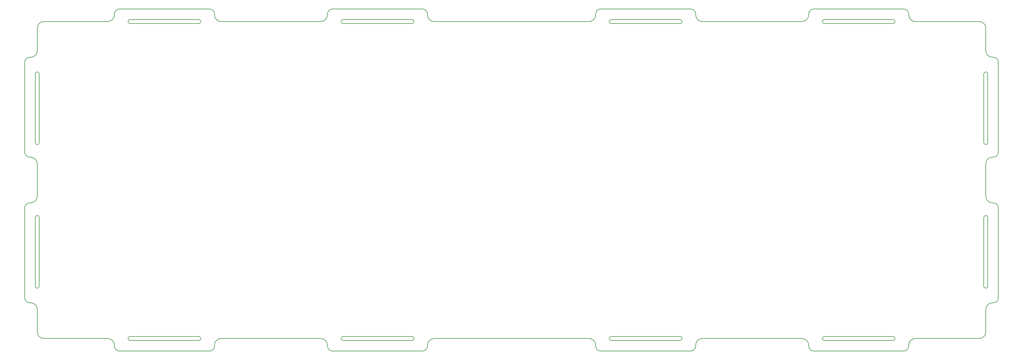
<source format=gbr>
G04 #@! TF.GenerationSoftware,KiCad,Pcbnew,(6.0.1)*
G04 #@! TF.CreationDate,2022-07-28T02:40:33-06:00*
G04 #@! TF.ProjectId,nue-pcb,6e75652d-7063-4622-9e6b-696361645f70,0.1*
G04 #@! TF.SameCoordinates,Original*
G04 #@! TF.FileFunction,Profile,NP*
%FSLAX46Y46*%
G04 Gerber Fmt 4.6, Leading zero omitted, Abs format (unit mm)*
G04 Created by KiCad (PCBNEW (6.0.1)) date 2022-07-28 02:40:33*
%MOMM*%
%LPD*%
G01*
G04 APERTURE LIST*
G04 #@! TA.AperFunction,Profile*
%ADD10C,0.200000*%
G04 #@! TD*
G04 APERTURE END LIST*
D10*
X104062500Y-54687500D02*
X83262500Y-54687500D01*
X341587601Y-70487826D02*
G75*
G03*
X340987601Y-71087826I0J-600000D01*
G01*
X140856249Y-55287527D02*
G75*
G03*
X142856253Y-53287531I4J2000000D01*
G01*
X340987601Y-91887826D02*
X340987601Y-71087826D01*
X142856253Y-153087468D02*
G75*
G03*
X140856249Y-151087472I-2000000J-4D01*
G01*
X108762500Y-53037500D02*
X108762500Y-53287500D01*
X51487499Y-94737499D02*
G75*
G03*
X53037499Y-96287499I1549998J-2D01*
G01*
X173056253Y-153087412D02*
X173056253Y-153337412D01*
X168966818Y-151087499D02*
G75*
G03*
X168366818Y-150487499I-600000J0D01*
G01*
X107212500Y-154887499D02*
X80112500Y-154887499D01*
X292812499Y-54687500D02*
X313612499Y-54687500D01*
X342187601Y-71087826D02*
X342187601Y-91887826D01*
X341587499Y-142287500D02*
X341587496Y-149087500D01*
X256018750Y-55287527D02*
X286112499Y-55287500D01*
X221818750Y-55287591D02*
G75*
G03*
X223818746Y-53287587I-4J2000000D01*
G01*
X171506256Y-154887415D02*
G75*
G03*
X173056253Y-153337412I-3J1550000D01*
G01*
X320312499Y-151087499D02*
G75*
G03*
X318312499Y-153087499I-1J-1999999D01*
G01*
X288112499Y-153337499D02*
G75*
G03*
X289662499Y-154887499I1549998J-2D01*
G01*
X288112499Y-153337499D02*
X288112499Y-153087499D01*
X228508181Y-55887500D02*
X249308181Y-55887500D01*
X249908181Y-55287500D02*
G75*
G03*
X249308181Y-54687500I-600000J0D01*
G01*
X254018745Y-53037531D02*
X254018746Y-53287531D01*
X343587499Y-66087499D02*
X343837499Y-66087499D01*
X345387499Y-111637500D02*
X345387499Y-138737500D01*
X144406256Y-51487534D02*
G75*
G03*
X142856253Y-53037531I-3J-1550000D01*
G01*
X76562500Y-55287500D02*
G75*
G03*
X78562500Y-53287500I1J1999999D01*
G01*
X108762500Y-153087499D02*
X108762500Y-153337499D01*
X54687397Y-135287173D02*
X54687397Y-114487173D01*
X286112499Y-151087499D02*
X256018750Y-151087472D01*
X142856253Y-53287531D02*
X142856253Y-53037531D01*
X55287397Y-70487826D02*
G75*
G03*
X54687397Y-71087826I0J-600000D01*
G01*
X53287500Y-140287500D02*
X53037499Y-140287500D01*
X249308181Y-55887500D02*
G75*
G03*
X249908181Y-55287500I0J600000D01*
G01*
X339587496Y-151087500D02*
G75*
G03*
X341587496Y-149087500I1J1999999D01*
G01*
X53037499Y-66087499D02*
X53287500Y-66087499D01*
X316762499Y-154887499D02*
G75*
G03*
X318312499Y-153337499I2J1549998D01*
G01*
X345387499Y-111637500D02*
G75*
G03*
X343837499Y-110087500I-1549998J2D01*
G01*
X168966818Y-55287500D02*
G75*
G03*
X168366818Y-54687500I-600000J0D01*
G01*
X147566818Y-151687499D02*
X168366818Y-151687499D01*
X249308181Y-151687499D02*
G75*
G03*
X249908181Y-151087499I0J600000D01*
G01*
X82662500Y-55287500D02*
G75*
G03*
X83262500Y-55887500I600000J0D01*
G01*
X55887397Y-114487173D02*
X55887397Y-135287173D01*
X144406256Y-51487534D02*
X171506256Y-51487584D01*
X55287397Y-92487826D02*
G75*
G03*
X55887397Y-91887826I0J600000D01*
G01*
X147566818Y-150487499D02*
G75*
G03*
X146966818Y-151087499I0J-600000D01*
G01*
X110762500Y-151087499D02*
G75*
G03*
X108762500Y-153087499I-1J-1999999D01*
G01*
X249308181Y-151687499D02*
X228508181Y-151687499D01*
X341587496Y-57287500D02*
X341587499Y-64087499D01*
X55287500Y-64087499D02*
X55287500Y-57287500D01*
X82662500Y-151087499D02*
G75*
G03*
X83262500Y-151687499I600000J0D01*
G01*
X288112499Y-153087499D02*
G75*
G03*
X286112499Y-151087499I-1999999J1D01*
G01*
X78562500Y-153337499D02*
X78562500Y-153087499D01*
X57287500Y-55287500D02*
X76562500Y-55287500D01*
X168366818Y-151687499D02*
G75*
G03*
X168966818Y-151087499I0J600000D01*
G01*
X53287500Y-96287499D02*
X53037499Y-96287499D01*
X140856249Y-151087472D02*
X110762500Y-151087499D01*
X53037499Y-110087500D02*
X53287500Y-110087500D01*
X318312499Y-153087499D02*
X318312499Y-153337499D01*
X313612499Y-151687499D02*
G75*
G03*
X314212499Y-151087499I0J600000D01*
G01*
X341587601Y-135887173D02*
G75*
G03*
X342187601Y-135287173I0J600000D01*
G01*
X57287500Y-55287500D02*
G75*
G03*
X55287500Y-57287500I-1J-1999999D01*
G01*
X345387499Y-67637499D02*
X345387499Y-94737499D01*
X343837499Y-140287500D02*
X343587499Y-140287500D01*
X289662499Y-51487500D02*
X316762499Y-51487500D01*
X342187601Y-71087826D02*
G75*
G03*
X341587601Y-70487826I-600000J0D01*
G01*
X292812499Y-151687499D02*
X313612499Y-151687499D01*
X340987601Y-91887826D02*
G75*
G03*
X341587601Y-92487826I600000J0D01*
G01*
X252468743Y-154887465D02*
X225368743Y-154887415D01*
X54687397Y-91887826D02*
G75*
G03*
X55287397Y-92487826I600000J0D01*
G01*
X318312499Y-53287500D02*
G75*
G03*
X320312499Y-55287500I1999999J-1D01*
G01*
X51487499Y-138737500D02*
G75*
G03*
X53037499Y-140287500I1549998J-2D01*
G01*
X173056253Y-53037587D02*
G75*
G03*
X171506256Y-51487584I-1550000J3D01*
G01*
X341587499Y-64087499D02*
G75*
G03*
X343587499Y-66087499I1999999J-1D01*
G01*
X228508181Y-150487499D02*
G75*
G03*
X227908181Y-151087499I0J-600000D01*
G01*
X110762500Y-55287500D02*
X140856249Y-55287527D01*
X228508181Y-54687500D02*
G75*
G03*
X227908181Y-55287500I0J-600000D01*
G01*
X292212499Y-151087499D02*
G75*
G03*
X292812499Y-151687499I600000J0D01*
G01*
X53287500Y-66087499D02*
G75*
G03*
X55287500Y-64087499I1J1999999D01*
G01*
X83262500Y-150487499D02*
G75*
G03*
X82662500Y-151087499I0J-600000D01*
G01*
X343587499Y-96287499D02*
G75*
G03*
X341587499Y-98287499I-1J-1999999D01*
G01*
X53037499Y-66087499D02*
G75*
G03*
X51487499Y-67637499I-2J-1549998D01*
G01*
X55887397Y-91887826D02*
X55887397Y-71087826D01*
X254018745Y-53037531D02*
G75*
G03*
X252468742Y-51487534I-1550000J-3D01*
G01*
X223818746Y-53287587D02*
X223818745Y-53037587D01*
X343587499Y-110087500D02*
X343837499Y-110087500D01*
X341587601Y-113887173D02*
G75*
G03*
X340987601Y-114487173I0J-600000D01*
G01*
X221818750Y-151087408D02*
X175056249Y-151087408D01*
X288112499Y-53287500D02*
X288112499Y-53037500D01*
X249908181Y-151087499D02*
G75*
G03*
X249308181Y-150487499I-600000J0D01*
G01*
X256018750Y-151087472D02*
G75*
G03*
X254018746Y-153087468I-4J-2000000D01*
G01*
X313612499Y-55887500D02*
G75*
G03*
X314212499Y-55287500I0J600000D01*
G01*
X289662499Y-51487500D02*
G75*
G03*
X288112499Y-53037500I-2J-1549998D01*
G01*
X83262500Y-54687500D02*
G75*
G03*
X82662500Y-55287500I0J-600000D01*
G01*
X55287500Y-149087499D02*
G75*
G03*
X57287500Y-151087499I1999999J-1D01*
G01*
X227908181Y-151087499D02*
G75*
G03*
X228508181Y-151687499I600000J0D01*
G01*
X168366818Y-55887500D02*
X147566818Y-55887500D01*
X318312499Y-53037500D02*
X318312499Y-53287500D01*
X254018746Y-153087468D02*
X254018745Y-153337468D01*
X175056249Y-151087408D02*
G75*
G03*
X173056253Y-153087412I4J-2000000D01*
G01*
X108762500Y-53037500D02*
G75*
G03*
X107212500Y-51487500I-1549998J2D01*
G01*
X313612499Y-55887500D02*
X292812499Y-55887500D01*
X107212500Y-154887499D02*
G75*
G03*
X108762500Y-153337499I2J1549998D01*
G01*
X341587496Y-57287500D02*
G75*
G03*
X339587496Y-55287500I-1999999J1D01*
G01*
X286112499Y-55287500D02*
G75*
G03*
X288112499Y-53287500I1J1999999D01*
G01*
X168366818Y-55887500D02*
G75*
G03*
X168966818Y-55287500I0J600000D01*
G01*
X228508181Y-150487499D02*
X249308181Y-150487499D01*
X55287500Y-142287500D02*
G75*
G03*
X53287500Y-140287500I-1999999J1D01*
G01*
X254018746Y-53287531D02*
G75*
G03*
X256018750Y-55287527I2000000J4D01*
G01*
X227908181Y-55287500D02*
G75*
G03*
X228508181Y-55887500I600000J0D01*
G01*
X223818746Y-153087412D02*
G75*
G03*
X221818750Y-151087408I-2000000J4D01*
G01*
X249308181Y-54687500D02*
X228508181Y-54687500D01*
X83262500Y-150487499D02*
X104062500Y-150487499D01*
X147566818Y-54687500D02*
X168366818Y-54687500D01*
X225368743Y-51487584D02*
G75*
G03*
X223818745Y-53037586I2J-1550000D01*
G01*
X313612499Y-150487499D02*
X292812499Y-150487499D01*
X342187601Y-114487173D02*
G75*
G03*
X341587601Y-113887173I-600000J0D01*
G01*
X104062500Y-151687499D02*
G75*
G03*
X104662500Y-151087499I0J600000D01*
G01*
X142856253Y-153337468D02*
G75*
G03*
X144406256Y-154887465I1550000J3D01*
G01*
X147566818Y-54687500D02*
G75*
G03*
X146966818Y-55287500I0J-600000D01*
G01*
X340987601Y-114487173D02*
X340987601Y-135287173D01*
X146966818Y-55287500D02*
G75*
G03*
X147566818Y-55887500I600000J0D01*
G01*
X146966818Y-151087499D02*
G75*
G03*
X147566818Y-151687499I600000J0D01*
G01*
X343587499Y-140287500D02*
G75*
G03*
X341587499Y-142287500I-1J-1999999D01*
G01*
X292812499Y-54687500D02*
G75*
G03*
X292212499Y-55287500I0J-600000D01*
G01*
X173056253Y-53287587D02*
G75*
G03*
X175056249Y-55287591I2000000J-4D01*
G01*
X78562500Y-153337499D02*
G75*
G03*
X80112500Y-154887499I1549998J-2D01*
G01*
X54687397Y-135287173D02*
G75*
G03*
X55287397Y-135887173I600000J0D01*
G01*
X51487499Y-138737500D02*
X51487499Y-111637500D01*
X53037499Y-110087500D02*
G75*
G03*
X51487499Y-111637500I-2J-1549998D01*
G01*
X223818745Y-153337412D02*
X223818746Y-153087412D01*
X343837499Y-96287499D02*
X343587499Y-96287499D01*
X341587601Y-92487826D02*
G75*
G03*
X342187601Y-91887826I0J600000D01*
G01*
X318312499Y-53037500D02*
G75*
G03*
X316762499Y-51487500I-1549998J2D01*
G01*
X343837499Y-96287499D02*
G75*
G03*
X345387499Y-94737499I2J1549998D01*
G01*
X171506256Y-154887415D02*
X144406256Y-154887465D01*
X341587499Y-108087500D02*
G75*
G03*
X343587499Y-110087500I1999999J-1D01*
G01*
X53287500Y-110087500D02*
G75*
G03*
X55287500Y-108087500I1J1999999D01*
G01*
X78562500Y-153087499D02*
G75*
G03*
X76562500Y-151087499I-1999999J1D01*
G01*
X341587499Y-98287499D02*
X341587499Y-108087500D01*
X223818745Y-153337412D02*
G75*
G03*
X225368742Y-154887415I1550000J-3D01*
G01*
X78562500Y-53287500D02*
X78562500Y-53037500D01*
X314212499Y-55287500D02*
G75*
G03*
X313612499Y-54687500I-600000J0D01*
G01*
X55287500Y-108087500D02*
X55287500Y-98287499D01*
X175056249Y-55287591D02*
X221818750Y-55287591D01*
X55887397Y-71087826D02*
G75*
G03*
X55287397Y-70487826I-600000J0D01*
G01*
X173056253Y-53037587D02*
X173056253Y-53287587D01*
X314212499Y-151087499D02*
G75*
G03*
X313612499Y-150487499I-600000J0D01*
G01*
X51487499Y-94737499D02*
X51487499Y-67637499D01*
X55287500Y-149087499D02*
X55287500Y-142287500D01*
X55887397Y-114487173D02*
G75*
G03*
X55287397Y-113887173I-600000J0D01*
G01*
X292812499Y-150487499D02*
G75*
G03*
X292212499Y-151087499I0J-600000D01*
G01*
X252468743Y-154887465D02*
G75*
G03*
X254018745Y-153337467I2J1550000D01*
G01*
X55287397Y-113887173D02*
G75*
G03*
X54687397Y-114487173I0J-600000D01*
G01*
X104662500Y-55287500D02*
G75*
G03*
X104062500Y-54687500I-600000J0D01*
G01*
X104062500Y-151687499D02*
X83262500Y-151687499D01*
X83262500Y-55887500D02*
X104062500Y-55887500D01*
X342187601Y-135287173D02*
X342187601Y-114487173D01*
X339587496Y-151087500D02*
X320312499Y-151087499D01*
X80112500Y-51487500D02*
G75*
G03*
X78562500Y-53037500I-2J-1549998D01*
G01*
X55287500Y-98287499D02*
G75*
G03*
X53287500Y-96287499I-1999999J1D01*
G01*
X104662500Y-151087499D02*
G75*
G03*
X104062500Y-150487499I-600000J0D01*
G01*
X225368743Y-51487584D02*
X252468743Y-51487534D01*
X168366818Y-150487499D02*
X147566818Y-150487499D01*
X104062500Y-55887500D02*
G75*
G03*
X104662500Y-55287500I0J600000D01*
G01*
X76562500Y-151087499D02*
X57287500Y-151087499D01*
X80112500Y-51487500D02*
X107212500Y-51487500D01*
X320312499Y-55287500D02*
X339587496Y-55287500D01*
X54687397Y-71087826D02*
X54687397Y-91887826D01*
X343837499Y-140287500D02*
G75*
G03*
X345387499Y-138737500I2J1549998D01*
G01*
X292212499Y-55287500D02*
G75*
G03*
X292812499Y-55887500I600000J0D01*
G01*
X345387499Y-67637499D02*
G75*
G03*
X343837499Y-66087499I-1549998J2D01*
G01*
X55287397Y-135887173D02*
G75*
G03*
X55887397Y-135287173I0J600000D01*
G01*
X142856253Y-153337468D02*
X142856253Y-153087468D01*
X340987601Y-135287173D02*
G75*
G03*
X341587601Y-135887173I600000J0D01*
G01*
X316762499Y-154887499D02*
X289662499Y-154887499D01*
X108762501Y-53287501D02*
G75*
G03*
X110762500Y-55287500I1999999J0D01*
G01*
M02*

</source>
